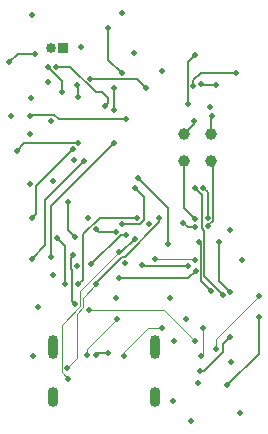
<source format=gbr>
%TF.GenerationSoftware,KiCad,Pcbnew,(5.99.0-2309-gaf729d578)*%
%TF.CreationDate,2020-08-01T12:07:05-04:00*%
%TF.ProjectId,mk2,6d6b322e-6b69-4636-9164-5f7063625858,rev?*%
%TF.SameCoordinates,Original*%
%TF.FileFunction,Copper,L4,Bot*%
%TF.FilePolarity,Positive*%
%FSLAX46Y46*%
G04 Gerber Fmt 4.6, Leading zero omitted, Abs format (unit mm)*
G04 Created by KiCad (PCBNEW (5.99.0-2309-gaf729d578)) date 2020-08-01 12:07:05*
%MOMM*%
%LPD*%
G01*
G04 APERTURE LIST*
%TA.AperFunction,SMDPad,CuDef*%
%ADD10C,1.000000*%
%TD*%
%TA.AperFunction,ComponentPad*%
%ADD11O,0.850000X0.850000*%
%TD*%
%TA.AperFunction,ComponentPad*%
%ADD12R,0.850000X0.850000*%
%TD*%
%TA.AperFunction,ComponentPad*%
%ADD13O,0.900000X1.700000*%
%TD*%
%TA.AperFunction,ComponentPad*%
%ADD14O,0.900000X2.000000*%
%TD*%
%TA.AperFunction,ViaPad*%
%ADD15C,0.500000*%
%TD*%
%TA.AperFunction,Conductor*%
%ADD16C,0.130000*%
%TD*%
%TA.AperFunction,Conductor*%
%ADD17C,0.100000*%
%TD*%
G04 APERTURE END LIST*
D10*
%TO.P,TP4,1,1*%
%TO.N,SWDIO*%
X28250000Y-27015000D03*
%TD*%
%TO.P,TP3,1,1*%
%TO.N,VCC*%
X30500000Y-24765000D03*
%TD*%
%TO.P,TP1,1,1*%
%TO.N,GND*%
X28250000Y-24765000D03*
%TD*%
%TO.P,TP2,1,1*%
%TO.N,SWDCLK*%
X30500000Y-27015000D03*
%TD*%
D11*
%TO.P,J3,2,Pin_2*%
%TO.N,Net-(J3-Pad2)*%
X17000000Y-17500000D03*
D12*
%TO.P,J3,1,Pin_1*%
%TO.N,Net-(J3-Pad1)*%
X18000000Y-17500000D03*
%TD*%
D13*
%TO.P,J2,S1,SHIELD*%
%TO.N,GND*%
X25820000Y-46990000D03*
X17180000Y-46990000D03*
D14*
X25820000Y-42820000D03*
X17180000Y-42820000D03*
%TD*%
D15*
%TO.N,GND*%
X22987000Y-14478000D03*
%TO.N,VCC*%
X15261500Y-21738500D03*
X18923000Y-26924000D03*
%TO.N,SCL*%
X26169433Y-31871817D03*
%TO.N,GND*%
X25273000Y-32385000D03*
X22479000Y-38608000D03*
X23241000Y-35687000D03*
X32131000Y-32893000D03*
X33147000Y-35433000D03*
X15494000Y-43561000D03*
X15875000Y-39370000D03*
X17145000Y-36703000D03*
X19177000Y-35941000D03*
X20105030Y-31877000D03*
X15240000Y-28956000D03*
X17145000Y-28702000D03*
X13589000Y-23241000D03*
X17018000Y-23622000D03*
X15240000Y-24765000D03*
X19305405Y-21600032D03*
X19200435Y-20570020D03*
X16764000Y-20320000D03*
X15385000Y-14650000D03*
X19558000Y-17399000D03*
X24003000Y-17907000D03*
X26416000Y-19431000D03*
X30480000Y-22479000D03*
%TO.N,VCC*%
X30607000Y-23241000D03*
%TO.N,GND*%
X29083000Y-23622000D03*
X27051000Y-38608000D03*
X28448000Y-40386000D03*
X27432000Y-42291000D03*
X32258000Y-44069000D03*
X29464000Y-45847000D03*
X27305000Y-47371000D03*
X33020000Y-48387000D03*
X28829000Y-49022000D03*
%TO.N,SPI_CLK*%
X25019000Y-20828000D03*
%TO.N,5V*%
X23000000Y-19600990D03*
%TO.N,SPI_CLK*%
X20320000Y-20066000D03*
%TO.N,SQW*%
X29210000Y-18019989D03*
%TO.N,VIN*%
X22352000Y-25527000D03*
X22352000Y-20828000D03*
X22352000Y-22733000D03*
%TO.N,Net-(C5-Pad1)*%
X17515010Y-33571185D03*
%TO.N,VIN*%
X17000000Y-35125000D03*
%TO.N,BUTTON3*%
X15367000Y-35306000D03*
X19812000Y-27051000D03*
%TO.N,BATTPOW*%
X32175192Y-41940472D03*
%TO.N,VCC*%
X31900121Y-46028092D03*
X34594000Y-40250000D03*
%TO.N,BACKLIGHT*%
X26924000Y-34036000D03*
X24384000Y-28448000D03*
%TO.N,SWDCLK*%
X30299221Y-32565778D03*
%TO.N,CHGNG*%
X30241079Y-31850012D03*
%TO.N,SWDIO*%
X29210000Y-31969946D03*
%TO.N,BUTTON4*%
X29210008Y-32619957D03*
%TO.N,BUTTON1*%
X14097000Y-26162000D03*
%TO.N,BUTTON5*%
X18892040Y-26029797D03*
%TO.N,BUTTON1*%
X19304000Y-25527000D03*
%TO.N,BUZZER*%
X23368000Y-23495000D03*
X15250000Y-23250000D03*
%TO.N,VCC*%
X18415000Y-30480000D03*
X19000000Y-33500000D03*
%TO.N,VUSB*%
X18891324Y-34972515D03*
%TO.N,SQW*%
X20414604Y-35785020D03*
%TO.N,Net-(C5-Pad1)*%
X18161000Y-37465000D03*
%TO.N,BUTTON5*%
X15367000Y-31877000D03*
%TO.N,Net-(J3-Pad1)*%
X15621000Y-17950000D03*
X13462000Y-18669000D03*
%TO.N,FLASH_CS*%
X17402983Y-19041800D03*
%TO.N,SPI_MISO*%
X16749747Y-19081411D03*
%TO.N,FLASH_CS*%
X21590000Y-22352000D03*
%TO.N,SPI_MISO*%
X17907000Y-21209000D03*
%TO.N,5V*%
X21844000Y-15748000D03*
%TO.N,SPI_MOSI*%
X30993711Y-20562691D03*
X29667416Y-20510080D03*
%TO.N,SQW*%
X28575000Y-22225000D03*
%TO.N,SPI_CLK*%
X29040010Y-20680011D03*
%TO.N,BUTTON2*%
X31549612Y-38390694D03*
%TO.N,FLASHLIGHT*%
X30569698Y-38068405D03*
%TO.N,BUTTON4*%
X28194000Y-32258000D03*
X31242000Y-33909000D03*
X32131000Y-38100000D03*
%TO.N,VIN*%
X29226979Y-36322000D03*
%TO.N,CHGNG*%
X29858666Y-29295189D03*
%TO.N,Net-(J5-Pad3)*%
X29176979Y-35433000D03*
%TO.N,BUTTON2*%
X29210000Y-29337000D03*
%TO.N,FLASHLIGHT*%
X29506990Y-33887889D03*
%TO.N,RST*%
X22479000Y-33020000D03*
X20828000Y-32780000D03*
%TO.N,SDA*%
X22746559Y-34761516D03*
%TO.N,RST*%
X22987000Y-32385000D03*
X24130000Y-29337000D03*
%TO.N,SDA*%
X24081628Y-33606628D03*
%TO.N,RTCIRQ*%
X24289138Y-31822238D03*
%TO.N,SQW*%
X23368000Y-33274000D03*
%TO.N,RTCIRQ*%
X19304000Y-37465000D03*
%TO.N,BATTPOW*%
X20217827Y-39658030D03*
%TO.N,VUSB*%
X19003078Y-39100906D03*
%TO.N,Net-(J5-Pad1)*%
X24725225Y-35853775D03*
%TO.N,VIN*%
X22733000Y-36957000D03*
%TO.N,Net-(J5-Pad1)*%
X28575000Y-35933990D03*
%TO.N,Net-(J5-Pad3)*%
X25827992Y-35298990D03*
%TO.N,CHGNG*%
X30988000Y-42926000D03*
X34594000Y-38500000D03*
%TO.N,SCL*%
X18380020Y-44522759D03*
X20835051Y-37474994D03*
%TO.N,SDA*%
X18415000Y-45466000D03*
%TO.N,VUSB*%
X29845000Y-41148000D03*
X29718000Y-43561000D03*
%TO.N,Net-(J2-PadB5)*%
X26378139Y-41147987D03*
%TO.N,BATTPOW*%
X29210000Y-42291000D03*
%TO.N,Net-(J2-PadB5)*%
X23204939Y-43524939D03*
%TO.N,USB_DN*%
X20766013Y-43434000D03*
%TO.N,Net-(J2-PadA5)*%
X22606000Y-40386000D03*
X20066000Y-43434000D03*
%TO.N,USB_DN*%
X21844000Y-43307000D03*
%TO.N,BATTPOW*%
X29591000Y-44831000D03*
%TO.N,SPI_CLK*%
X32639000Y-19558000D03*
%TD*%
D16*
%TO.N,SCL*%
X23222804Y-35171999D02*
X26169433Y-32225370D01*
X26169433Y-32225370D02*
X26169433Y-31871817D01*
%TO.N,RST*%
X24510798Y-32385000D02*
X24892000Y-32003798D01*
%TO.N,SCL*%
X22993799Y-35171999D02*
X23222804Y-35171999D01*
%TO.N,RST*%
X24892000Y-32003798D02*
X24892000Y-30099000D01*
X22987000Y-32385000D02*
X24510798Y-32385000D01*
X24892000Y-30099000D02*
X24130000Y-29337000D01*
%TO.N,SCL*%
X20835051Y-37474994D02*
X20835051Y-37330747D01*
X20835051Y-37330747D02*
X22993799Y-35171999D01*
%TO.N,RTCIRQ*%
X19304000Y-37465000D02*
X19692001Y-37076999D01*
X19692001Y-37076999D02*
X19692001Y-33227795D01*
X21097558Y-31822238D02*
X24289138Y-31822238D01*
X19692001Y-33227795D02*
X21097558Y-31822238D01*
%TO.N,VUSB*%
X18753079Y-38850907D02*
X18753079Y-36279281D01*
X19003078Y-39100906D02*
X18753079Y-38850907D01*
X18641325Y-36167527D02*
X18641325Y-35222514D01*
X18753079Y-36279281D02*
X18641325Y-36167527D01*
X18641325Y-35222514D02*
X18891324Y-34972515D01*
%TO.N,BUTTON5*%
X15367000Y-31877000D02*
X15755001Y-31488999D01*
X15755001Y-31488999D02*
X15755001Y-29166836D01*
X15755001Y-29166836D02*
X18892040Y-26029797D01*
%TO.N,BUZZER*%
X17265201Y-23106999D02*
X17653202Y-23495000D01*
X17653202Y-23495000D02*
X23368000Y-23495000D01*
X15250000Y-23250000D02*
X15393001Y-23106999D01*
X15393001Y-23106999D02*
X17265201Y-23106999D01*
%TO.N,GND*%
X19305405Y-21600032D02*
X19305405Y-20674990D01*
X19305405Y-20674990D02*
X19200435Y-20570020D01*
%TO.N,FLASH_CS*%
X21329201Y-21201999D02*
X21839999Y-21712797D01*
X18633353Y-19041800D02*
X20793552Y-21201999D01*
X20793552Y-21201999D02*
X21329201Y-21201999D01*
X21839999Y-21712797D02*
X21839999Y-22102001D01*
X21839999Y-22102001D02*
X21590000Y-22352000D01*
X17402983Y-19041800D02*
X18633353Y-19041800D01*
%TO.N,VCC*%
X30500000Y-23348000D02*
X30607000Y-23241000D01*
X30500000Y-24765000D02*
X30500000Y-23348000D01*
%TO.N,GND*%
X29083000Y-23932000D02*
X29083000Y-23622000D01*
X28250000Y-24765000D02*
X29083000Y-23932000D01*
%TO.N,VCC*%
X34594000Y-43334213D02*
X34594000Y-40250000D01*
X31900121Y-46028092D02*
X34594000Y-43334213D01*
%TO.N,5V*%
X21844000Y-18444990D02*
X23000000Y-19600990D01*
%TO.N,SPI_CLK*%
X25019000Y-20828000D02*
X24257000Y-20066000D01*
%TO.N,5V*%
X21844000Y-15748000D02*
X21844000Y-18444990D01*
%TO.N,SPI_CLK*%
X24257000Y-20066000D02*
X20320000Y-20066000D01*
%TO.N,SQW*%
X28575000Y-22225000D02*
X28575000Y-18654989D01*
X28575000Y-18654989D02*
X29210000Y-18019989D01*
%TO.N,Net-(C5-Pad1)*%
X18161000Y-34217175D02*
X17515010Y-33571185D01*
%TO.N,VIN*%
X22352000Y-25527000D02*
X17018000Y-30861000D01*
%TO.N,Net-(C5-Pad1)*%
X18161000Y-37465000D02*
X18161000Y-34217175D01*
%TO.N,VIN*%
X22352000Y-20828000D02*
X22352000Y-22733000D01*
X17018000Y-30861000D02*
X17000000Y-30879000D01*
X17000000Y-30879000D02*
X17000000Y-35125000D01*
%TO.N,BUTTON3*%
X16510000Y-34163000D02*
X16510000Y-30353000D01*
X16510000Y-30353000D02*
X19812000Y-27051000D01*
X15367000Y-35306000D02*
X16510000Y-34163000D01*
%TO.N,BATTPOW*%
X31570110Y-43205443D02*
X31570110Y-42545554D01*
X31570110Y-42545554D02*
X32175192Y-41940472D01*
X29944553Y-44831000D02*
X31570110Y-43205443D01*
X29591000Y-44831000D02*
X29944553Y-44831000D01*
%TO.N,BACKLIGHT*%
X24384000Y-28448000D02*
X26924000Y-30988000D01*
X26924000Y-30988000D02*
X26924000Y-34036000D01*
%TO.N,SWDCLK*%
X30706089Y-31904911D02*
X30706089Y-27221089D01*
X30299221Y-32565778D02*
X30299221Y-32480072D01*
X30299221Y-32480072D02*
X30706080Y-32073213D01*
X30706080Y-31904920D02*
X30706089Y-31904911D01*
X30706080Y-32073213D02*
X30706080Y-31904920D01*
%TO.N,CHGNG*%
X29858666Y-29295189D02*
X30241079Y-29677602D01*
X30241079Y-29677602D02*
X30241079Y-31850012D01*
%TO.N,BUTTON2*%
X29210000Y-29337000D02*
X29776077Y-29903077D01*
X29971999Y-32926758D02*
X29971999Y-36813081D01*
X29776077Y-29903077D02*
X29776077Y-32730836D01*
X29971999Y-36813081D02*
X31549612Y-38390694D01*
X29776077Y-32730836D02*
X29971999Y-32926758D01*
%TO.N,SWDCLK*%
X30706089Y-27221089D02*
X30500000Y-27015000D01*
%TO.N,BUTTON4*%
X28194000Y-32258000D02*
X28555957Y-32619957D01*
X28555957Y-32619957D02*
X29210008Y-32619957D01*
%TO.N,SWDIO*%
X29210000Y-31969946D02*
X28250000Y-31009946D01*
X28250000Y-31009946D02*
X28250000Y-27015000D01*
%TO.N,BUTTON1*%
X14732000Y-25527000D02*
X19304000Y-25527000D01*
X14097000Y-26162000D02*
X14732000Y-25527000D01*
%TO.N,VCC*%
X18415000Y-30480000D02*
X18415000Y-32915000D01*
X18415000Y-32915000D02*
X19000000Y-33500000D01*
%TO.N,SQW*%
X23368000Y-33274000D02*
X22925624Y-33274000D01*
X22925624Y-33274000D02*
X20414604Y-35785020D01*
%TO.N,Net-(J3-Pad1)*%
X15621000Y-17950000D02*
X14181000Y-17950000D01*
X14181000Y-17950000D02*
X13462000Y-18669000D01*
%TO.N,SPI_MISO*%
X17907000Y-20238664D02*
X16749747Y-19081411D01*
X17907000Y-21209000D02*
X17907000Y-20238664D01*
%TO.N,SPI_CLK*%
X32639000Y-19558000D02*
X29649565Y-19558000D01*
%TO.N,SPI_MOSI*%
X30993711Y-20562691D02*
X29720027Y-20562691D01*
%TO.N,SPI_CLK*%
X29040010Y-20167555D02*
X29040010Y-20680011D01*
%TO.N,SPI_MOSI*%
X29720027Y-20562691D02*
X29667416Y-20510080D01*
%TO.N,SPI_CLK*%
X29649565Y-19558000D02*
X29040010Y-20167555D01*
%TO.N,FLASHLIGHT*%
X29691989Y-34072888D02*
X29691989Y-37190696D01*
%TO.N,BUTTON4*%
X31242000Y-37211000D02*
X32131000Y-38100000D01*
X31242000Y-33909000D02*
X31242000Y-37211000D01*
%TO.N,FLASHLIGHT*%
X29691989Y-37190696D02*
X30569698Y-38068405D01*
X29506990Y-33887889D02*
X29691989Y-34072888D01*
D17*
%TO.N,Net-(J5-Pad3)*%
X25827992Y-35298990D02*
X29042969Y-35298990D01*
D16*
%TO.N,VIN*%
X28591979Y-36957000D02*
X29226979Y-36322000D01*
X22733000Y-36957000D02*
X28591979Y-36957000D01*
D17*
%TO.N,Net-(J5-Pad3)*%
X29042969Y-35298990D02*
X29176979Y-35433000D01*
D16*
%TO.N,RST*%
X22479000Y-33020000D02*
X21068000Y-33020000D01*
X21068000Y-33020000D02*
X20828000Y-32780000D01*
D17*
%TO.N,SDA*%
X17880010Y-40889978D02*
X19453080Y-39316908D01*
X17880010Y-44931010D02*
X17880010Y-40889978D01*
X19453080Y-38054995D02*
X22746559Y-34761516D01*
X18415000Y-45466000D02*
X17880010Y-44931010D01*
X19453080Y-39316908D02*
X19453080Y-38054995D01*
D16*
X24081628Y-33606628D02*
X22926740Y-34761516D01*
X22926740Y-34761516D02*
X22746559Y-34761516D01*
D17*
%TO.N,SCL*%
X19160001Y-39963555D02*
X19160001Y-43742778D01*
X20835051Y-37474994D02*
X19703091Y-38606954D01*
X19160001Y-43742778D02*
X18380020Y-44522759D01*
X19703091Y-38606954D02*
X19703091Y-39420465D01*
%TO.N,BATTPOW*%
X26577030Y-39658030D02*
X20217827Y-39658030D01*
X29210000Y-42291000D02*
X26577030Y-39658030D01*
%TO.N,SCL*%
X19703091Y-39420465D02*
X19160001Y-39963555D01*
D16*
%TO.N,Net-(J5-Pad1)*%
X28575000Y-35933990D02*
X24805440Y-35933990D01*
X24805440Y-35933990D02*
X24725225Y-35853775D01*
D17*
%TO.N,CHGNG*%
X30988000Y-42926000D02*
X30988000Y-42106000D01*
X30988000Y-42106000D02*
X34594000Y-38500000D01*
%TO.N,VUSB*%
X29845000Y-43434000D02*
X29718000Y-43561000D01*
X29845000Y-41148000D02*
X29845000Y-43434000D01*
%TO.N,Net-(J2-PadB5)*%
X23204939Y-43171386D02*
X25228338Y-41147987D01*
X23204939Y-43524939D02*
X23204939Y-43171386D01*
X25228338Y-41147987D02*
X26378139Y-41147987D01*
%TO.N,Net-(J2-PadA5)*%
X20066000Y-42926000D02*
X20066000Y-43434000D01*
X22606000Y-40386000D02*
X20066000Y-42926000D01*
D16*
%TO.N,USB_DN*%
X21844000Y-43307000D02*
X20893013Y-43307000D01*
X20893013Y-43307000D02*
X20766013Y-43434000D01*
%TD*%
M02*

</source>
